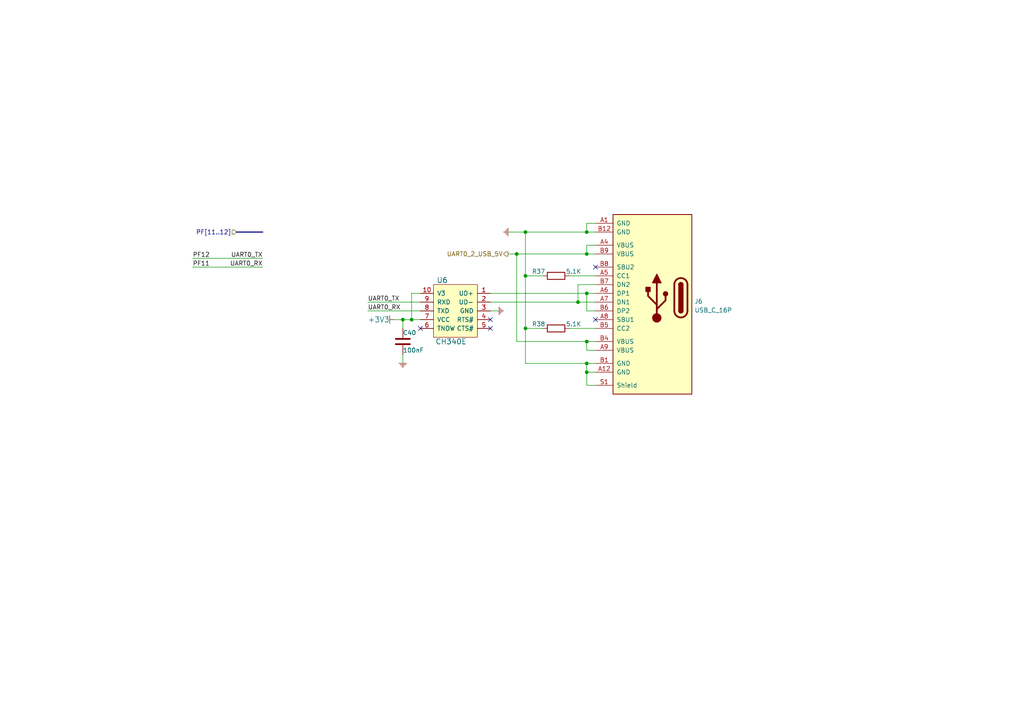
<source format=kicad_sch>
(kicad_sch (version 20211123) (generator eeschema)
  (paper "A4")
  (lib_symbols
    (symbol "0_power:+3V3" (power) (pin_names (offset 1.016))
      (property "Value" "+3V3" (at 0 1.27 0))
      (symbol "+3V3_0_1"
        (polyline (pts (xy -1.143 0) (xy 1.143 0)))
        (polyline (pts (xy 0 0) (xy 0 -1.27)))
      )
      (symbol "+3V3_1_1"
        (pin power_in line (at 0 -1.27 90) (length 0) hide (name "+3V3") (number "1"))
      )
    )
    (symbol "0_power:GND" (power) (pin_names (offset 1.016))
      (symbol "GND_0_1"
        (polyline (pts (xy -1.143 0) (xy 1.143 0)))
        (polyline (pts (xy -0.762 -0.381) (xy 0.762 -0.381)))
        (polyline (pts (xy -0.381 -0.762) (xy 0.381 -0.762)))
        (polyline (pts (xy -0.127 -1.143) (xy 0.127 -1.143)))
      )
      (symbol "GND_1_1"
        (pin power_in line (at 0 0 270) (length 0) hide (name "GND") (number "1"))
      )
    )
    (symbol "0_ungrouped:CH340E" (pin_names (offset 1.016))
      (property "Reference" "U" (at -2.54 8.89 0))
      (property "Value" "CH340E" (at 0 -8.89 0))
      (symbol "CH340E_0_1"
        (rectangle (start -6.35 7.62) (end 6.35 -7.62) (fill (type background)))
      )
      (symbol "CH340E_1_1"
        (pin passive line (at -10.16 5.08 0) (length 3.81) (name "UD+") (number "1"))
        (pin passive line (at 10.16 5.08 180) (length 3.81) (name "V3") (number "10"))
        (pin passive line (at -10.16 2.54 0) (length 3.81) (name "UD-") (number "2"))
        (pin passive line (at -10.16 0 0) (length 3.81) (name "GND") (number "3"))
        (pin passive line (at -10.16 -2.54 0) (length 3.81) (name "RTS#") (number "4"))
        (pin passive line (at -10.16 -5.08 0) (length 3.81) (name "CTS#") (number "5"))
        (pin passive line (at 10.16 -5.08 180) (length 3.81) (name "TNOW") (number "6"))
        (pin passive line (at 10.16 -2.54 180) (length 3.81) (name "VCC") (number "7"))
        (pin passive line (at 10.16 0 180) (length 3.81) (name "TXD") (number "8"))
        (pin passive line (at 10.16 2.54 180) (length 3.81) (name "RXD") (number "9"))
      )
    )
    (symbol "0_ungrouped:USB_C_16P" (pin_names (offset 1.016))
      (property "Reference" "J" (at -12.7 25.4 0))
      (property "Value" "USB_C_16P" (at 8.89 25.4 0))
      (symbol "USB_C_16P_0_1"
        (rectangle (start -12.7 24.13) (end 10.16 -27.94) (stroke (width 0.254)) (fill (type background)))
        (arc (start -11.43 -3.81) (mid -9.525 -5.715) (end -7.62 -3.81) (stroke (width 0.508)))
        (arc (start -10.16 -3.81) (mid -9.525 -4.445) (end -8.89 -3.81) (stroke (width 0.254)))
        (arc (start -10.16 -3.81) (mid -9.525 -4.445) (end -8.89 -3.81) (stroke (width 0.254)) (fill (type outline)))
        (rectangle (start -10.16 -3.81) (end -8.89 3.81) (stroke (width 0.254)) (fill (type outline)))
        (arc (start -8.89 3.81) (mid -9.525 4.445) (end -10.16 3.81) (stroke (width 0.254)))
        (arc (start -8.89 3.81) (mid -9.525 4.445) (end -10.16 3.81) (stroke (width 0.254)) (fill (type outline)))
        (arc (start -7.62 3.81) (mid -9.525 5.715) (end -11.43 3.81) (stroke (width 0.508)))
        (polyline (pts (xy -11.43 -3.81) (xy -11.43 3.81)) (stroke (width 0.508)))
        (polyline (pts (xy -7.62 3.81) (xy -7.62 -3.81)) (stroke (width 0.508)))
      )
      (symbol "USB_C_16P_1_1"
        (circle (center -5.08 1.143) (radius 0.635) (stroke (width 0.254)) (fill (type outline)))
        (circle (center -2.54 -5.842) (radius 1.27) (fill (type outline)))
        (rectangle (start -0.635 1.778) (end 0.635 3.048) (stroke (width 0.254)) (fill (type outline)))
        (polyline (pts (xy -2.54 -5.842) (xy -2.54 4.318)) (stroke (width 0.508)))
        (polyline (pts (xy -2.54 -3.302) (xy -5.08 -0.762) (xy -5.08 0.508)) (stroke (width 0.508)))
        (polyline (pts (xy -2.54 -2.032) (xy 0 0.508) (xy 0 1.778)) (stroke (width 0.508)))
        (polyline (pts (xy -3.81 4.318) (xy -2.54 6.858) (xy -1.27 4.318) (xy -3.81 4.318)) (stroke (width 0.254)) (fill (type outline)))
        (pin passive line (at 15.24 21.59 180) (length 5.08) (name "GND") (number "A1"))
        (pin passive line (at 15.24 -21.59 180) (length 5.08) (name "GND") (number "A12"))
        (pin passive line (at 15.24 15.24 180) (length 5.08) (name "VBUS") (number "A4"))
        (pin passive line (at 15.24 6.35 180) (length 5.08) (name "CC1") (number "A5"))
        (pin passive line (at 15.24 1.27 180) (length 5.08) (name "DP1") (number "A6"))
        (pin passive line (at 15.24 -1.27 180) (length 5.08) (name "DN1") (number "A7"))
        (pin passive line (at 15.24 -6.35 180) (length 5.08) (name "SBU1") (number "A8"))
        (pin passive line (at 15.24 -15.24 180) (length 5.08) (name "VBUS") (number "A9"))
        (pin passive line (at 15.24 -19.05 180) (length 5.08) (name "GND") (number "B1"))
        (pin passive line (at 15.24 19.05 180) (length 5.08) (name "GND") (number "B12"))
        (pin passive line (at 15.24 -12.7 180) (length 5.08) (name "VBUS") (number "B4"))
        (pin passive line (at 15.24 -8.89 180) (length 5.08) (name "CC2") (number "B5"))
        (pin passive line (at 15.24 -3.81 180) (length 5.08) (name "DP2") (number "B6"))
        (pin passive line (at 15.24 3.81 180) (length 5.08) (name "DN2") (number "B7"))
        (pin passive line (at 15.24 8.89 180) (length 5.08) (name "SBU2") (number "B8"))
        (pin passive line (at 15.24 12.7 180) (length 5.08) (name "VBUS") (number "B9"))
        (pin passive line (at 15.24 -25.4 180) (length 5.08) (name "Shield") (number "S1"))
      )
    )
    (symbol "Device:C" (pin_numbers hide) (pin_names (offset 0.254))
      (property "Reference" "C" (at 0.635 2.54 0))
      (property "Value" "C" (at 0.635 -2.54 0))
      (symbol "C_0_1"
        (polyline (pts (xy -2.032 -0.762) (xy 2.032 -0.762)) (stroke (width 0.508)))
        (polyline (pts (xy -2.032 0.762) (xy 2.032 0.762)) (stroke (width 0.508)))
      )
      (symbol "C_1_1"
        (pin passive line (at 0 3.81 270) (length 2.794) (name "~") (number "1"))
        (pin passive line (at 0 -3.81 90) (length 2.794) (name "~") (number "2"))
      )
    )
    (symbol "Device:R" (pin_numbers hide) (pin_names (offset 0))
      (property "Reference" "R" (at 2.032 0 90))
      (property "Value" "R" (at 0 0 90))
      (symbol "R_0_1"
        (rectangle (start -1.016 -2.54) (end 1.016 2.54) (stroke (width 0.254)))
      )
      (symbol "R_1_1"
        (pin passive line (at 0 3.81 270) (length 1.27) (name "~") (number "1"))
        (pin passive line (at 0 -3.81 90) (length 1.27) (name "~") (number "2"))
      )
    )
  )
  (junction (at 170.18 107.95))
  (junction (at 170.18 67.31))
  (junction (at 170.18 105.41))
  (junction (at 152.4 80.01))
  (junction (at 170.18 73.66))
  (junction (at 170.18 85.09))
  (junction (at 116.84 92.71))
  (junction (at 152.4 95.25))
  (junction (at 170.18 99.06))
  (junction (at 149.86 73.66))
  (junction (at 167.64 87.63))
  (junction (at 152.4 67.31))
  (junction (at 119.38 92.71))
  (no_connect (at 121.92 95.25))
  (no_connect (at 172.72 77.47))
  (no_connect (at 142.24 92.71))
  (no_connect (at 172.72 92.71))
  (no_connect (at 142.24 95.25))
  (wire (pts (xy 170.18 107.95) (xy 170.18 111.76)))
  (wire (pts (xy 152.4 67.31) (xy 152.4 80.01)))
  (wire (pts (xy 165.1 95.25) (xy 172.72 95.25)))
  (wire (pts (xy 167.64 87.63) (xy 172.72 87.63)))
  (wire (pts (xy 170.18 101.6) (xy 170.18 99.06)))
  (wire (pts (xy 172.72 101.6) (xy 170.18 101.6)))
  (wire (pts (xy 170.18 105.41) (xy 152.4 105.41)))
  (wire (pts (xy 144.78 90.17) (xy 142.24 90.17)))
  (wire (pts (xy 116.84 102.87) (xy 116.84 105.41)))
  (wire (pts (xy 170.18 85.09) (xy 142.24 85.09)))
  (wire (pts (xy 170.18 105.41) (xy 170.18 107.95)))
  (wire (pts (xy 149.86 99.06) (xy 149.86 73.66)))
  (wire (pts (xy 172.72 64.77) (xy 170.18 64.77)))
  (wire (pts (xy 167.64 82.55) (xy 167.64 87.63)))
  (wire (pts (xy 119.38 85.09) (xy 121.92 85.09)))
  (bus (pts (xy 68.58 67.31) (xy 76.2 67.31)))
  (wire (pts (xy 172.72 85.09) (xy 170.18 85.09)))
  (wire (pts (xy 170.18 67.31) (xy 172.72 67.31)))
  (wire (pts (xy 172.72 105.41) (xy 170.18 105.41)))
  (wire (pts (xy 170.18 111.76) (xy 172.72 111.76)))
  (wire (pts (xy 172.72 107.95) (xy 170.18 107.95)))
  (wire (pts (xy 170.18 85.09) (xy 170.18 90.17)))
  (wire (pts (xy 55.88 74.93) (xy 76.2 74.93)))
  (wire (pts (xy 116.84 92.71) (xy 116.84 95.25)))
  (wire (pts (xy 142.24 87.63) (xy 167.64 87.63)))
  (wire (pts (xy 152.4 80.01) (xy 157.48 80.01)))
  (wire (pts (xy 119.38 92.71) (xy 116.84 92.71)))
  (wire (pts (xy 170.18 90.17) (xy 172.72 90.17)))
  (wire (pts (xy 172.72 82.55) (xy 167.64 82.55)))
  (wire (pts (xy 165.1 80.01) (xy 172.72 80.01)))
  (wire (pts (xy 172.72 99.06) (xy 170.18 99.06)))
  (wire (pts (xy 106.68 90.17) (xy 121.92 90.17)))
  (wire (pts (xy 114.3 92.71) (xy 116.84 92.71)))
  (wire (pts (xy 152.4 95.25) (xy 157.48 95.25)))
  (wire (pts (xy 170.18 71.12) (xy 170.18 73.66)))
  (wire (pts (xy 172.72 71.12) (xy 170.18 71.12)))
  (wire (pts (xy 106.68 87.63) (xy 121.92 87.63)))
  (wire (pts (xy 152.4 95.25) (xy 152.4 105.41)))
  (wire (pts (xy 170.18 64.77) (xy 170.18 67.31)))
  (wire (pts (xy 170.18 67.31) (xy 152.4 67.31)))
  (wire (pts (xy 170.18 99.06) (xy 149.86 99.06)))
  (wire (pts (xy 170.18 73.66) (xy 172.72 73.66)))
  (wire (pts (xy 152.4 95.25) (xy 152.4 80.01)))
  (wire (pts (xy 121.92 92.71) (xy 119.38 92.71)))
  (wire (pts (xy 119.38 92.71) (xy 119.38 85.09)))
  (wire (pts (xy 149.86 73.66) (xy 170.18 73.66)))
  (wire (pts (xy 152.4 67.31) (xy 147.32 67.31)))
  (wire (pts (xy 147.32 73.66) (xy 149.86 73.66)))
  (wire (pts (xy 55.88 77.47) (xy 76.2 77.47)))
  (label "PF12" (at 55.88 74.93 0))
  (label "UART0_TX" (at 106.68 87.63 0))
  (label "PF11" (at 55.88 77.47 0))
  (label "UART0_RX" (at 76.2 77.47 180))
  (label "UART0_RX" (at 106.68 90.17 0))
  (label "UART0_TX" (at 76.2 74.93 180))
  (hierarchical_label "PF[11..12]" (shape input) (at 68.58 67.31 180))
  (hierarchical_label "UART0_2_USB_5V" (shape output) (at 147.32 73.66 180))
  (symbol (lib_id "0_ungrouped:USB_C_16P") (at 187.96 86.36 0) (mirror y) (unit 1)
    (property "Reference" "J6" (at 201.422 87.4303 0) (effects (justify right)))
    (property "Value" "USB_C_16P" (at 201.422 89.9672 0) (effects (justify right)))
    (property "Footprint" "0_ungrouped:USB_C_16P_4Foot8.64mm" (effects hide))
    (property "Datasheet" "https://www.usb.org/sites/default/files/documents/usb_type-c.zip" (effects hide))
  )
  (symbol (lib_id "0_power:GND") (at 147.32 67.31 270) (unit 1)
    (property "Reference" "#PWR025" (effects hide))
    (property "Value" "GND" (effects hide))
  )
  (symbol (lib_id "0_ungrouped:CH340E") (at 132.08 90.17 0) (mirror y) (unit 1)
    (property "Reference" "U6" (at 128.27 81.28 0) (effects (font (size 1.524 1.524))))
    (property "Value" "CH340E" (at 130.81 99.06 0) (effects (font (size 1.524 1.524))))
    (property "Footprint" "Package_SO:MSOP-10_3x3mm_P0.5mm" (effects hide))
  )
  (symbol (lib_id "0_power:GND") (at 144.78 90.17 90) (unit 1)
    (property "Reference" "#PWR024" (effects hide))
    (property "Value" "GND" (effects hide))
  )
  (symbol (lib_id "0_power:GND") (at 116.84 105.41 0) (unit 1)
    (property "Reference" "#PWR023" (effects hide))
    (property "Value" "GND" (effects hide))
  )
  (symbol (lib_id "Device:C") (at 116.84 99.06 0) (unit 1)
    (property "Reference" "C40" (at 116.84 96.52 0) (effects (justify left)))
    (property "Value" "100nF" (at 116.84 101.6 0) (effects (justify left)))
    (property "Footprint" "Capacitor_SMD:C_0603_1608Metric" (effects hide))
  )
  (symbol (lib_id "Device:R") (at 161.29 80.01 90) (mirror x) (unit 1)
    (property "Reference" "R37" (at 156.21 78.74 90))
    (property "Value" "5.1K" (at 166.37 78.74 90))
    (property "Footprint" "Resistor_SMD:R_0603_1608Metric" (effects hide))
  )
  (symbol (lib_id "0_power:+3V3") (at 113.03 92.71 90) (unit 1)
    (property "Reference" "#PWR022" (effects hide))
    (property "Value" "+3V3" (at 113.03 92.71 90) (effects (font (size 1.524 1.524)) (justify left)))
  )
  (symbol (lib_id "Device:R") (at 161.29 95.25 90) (mirror x) (unit 1)
    (property "Reference" "R38" (at 156.21 93.98 90))
    (property "Value" "5.1K" (at 166.37 93.98 90))
    (property "Footprint" "Resistor_SMD:R_0603_1608Metric" (effects hide))
  )
)
</source>
